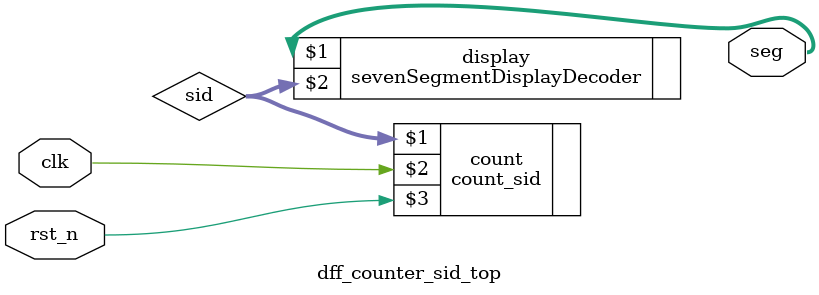
<source format=v>
/* 模組名稱：Lab7 display
   著作權宣告：copyright 2012 林博仁(pika1021@gmail.com)
   */
`timescale 1ns / 100ps
`include "Source_code/count_sid.v"
`include "Source_code/sevenSegmentDisplayDecoder/sevenSegmentDisplayDecoder.v"

module dff_counter_sid_top(seg, clk, rst_n);
  input clk, rst_n;
  output [7:0]seg;
	wire [3:0]sid;

	count_sid count(sid, clk, rst_n);
	sevenSegmentDisplayDecoder display(seg,sid);
endmodule

</source>
